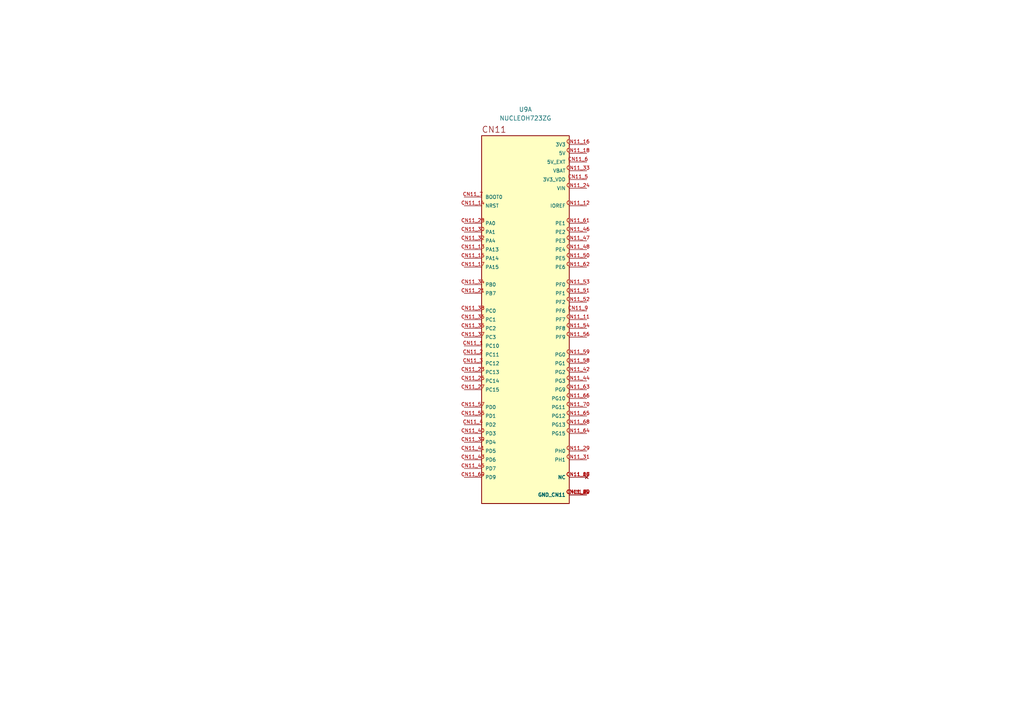
<source format=kicad_sch>
(kicad_sch (version 20250114) (generator "eeschema") (generator_version "9.0")
  (paper "A4")
  (lib_symbols
    (symbol "NUCLEOH723ZG:NUCLEOH723ZG" (pin_names (offset 1.016))
      (property "Reference" "U" (at -12.7 57.15 0))
      (property "Value" "NUCLEOH723ZG" (at -12.7 -54.61 0))
      (symbol "NUCLEOH723ZG_1_0"
        (rectangle (start -12.7 -53.34) (end 12.7 53.34) (stroke (width 0.254)) (fill (type background)))
        (text "CN11" (at -12.7 54.102 0) (effects (font (size 1.778 1.778)) (justify left bottom)))
        (pin input line (at -17.78 35.56 0) (length 5.08) (name "BOOT0") (number "CN11_7"))
        (pin input line (at -17.78 33.02 0) (length 5.08) (name "NRST") (number "CN11_14"))
        (pin bidirectional line (at -17.78 27.94 0) (length 5.08) (name "PA0") (number "CN11_28"))
        (pin bidirectional line (at -17.78 25.4 0) (length 5.08) (name "PA1") (number "CN11_30"))
        (pin bidirectional line (at -17.78 22.86 0) (length 5.08) (name "PA4") (number "CN11_32"))
        (pin bidirectional line (at -17.78 20.32 0) (length 5.08) (name "PA13") (number "CN11_13"))
        (pin bidirectional line (at -17.78 17.78 0) (length 5.08) (name "PA14") (number "CN11_15"))
        (pin bidirectional line (at -17.78 15.24 0) (length 5.08) (name "PA15") (number "CN11_17"))
        (pin bidirectional line (at -17.78 10.16 0) (length 5.08) (name "PB0") (number "CN11_34"))
        (pin bidirectional line (at -17.78 7.62 0) (length 5.08) (name "PB7") (number "CN11_21"))
        (pin bidirectional line (at -17.78 2.54 0) (length 5.08) (name "PC0") (number "CN11_38"))
        (pin bidirectional line (at -17.78 0 0) (length 5.08) (name "PC1") (number "CN11_36"))
        (pin bidirectional line (at -17.78 -2.54 0) (length 5.08) (name "PC2") (number "CN11_35"))
        (pin bidirectional line (at -17.78 -5.08 0) (length 5.08) (name "PC3") (number "CN11_37"))
        (pin bidirectional line (at -17.78 -7.62 0) (length 5.08) (name "PC10") (number "CN11_1"))
        (pin bidirectional line (at -17.78 -10.16 0) (length 5.08) (name "PC11") (number "CN11_2"))
        (pin bidirectional line (at -17.78 -12.7 0) (length 5.08) (name "PC12") (number "CN11_3"))
        (pin bidirectional line (at -17.78 -15.24 0) (length 5.08) (name "PC13") (number "CN11_23"))
        (pin bidirectional line (at -17.78 -17.78 0) (length 5.08) (name "PC14") (number "CN11_25"))
        (pin bidirectional line (at -17.78 -20.32 0) (length 5.08) (name "PC15") (number "CN11_27"))
        (pin bidirectional line (at -17.78 -25.4 0) (length 5.08) (name "PD0") (number "CN11_57"))
        (pin bidirectional line (at -17.78 -27.94 0) (length 5.08) (name "PD1") (number "CN11_55"))
        (pin bidirectional line (at -17.78 -30.48 0) (length 5.08) (name "PD2") (number "CN11_4"))
        (pin bidirectional line (at -17.78 -33.02 0) (length 5.08) (name "PD3") (number "CN11_40"))
        (pin bidirectional line (at -17.78 -35.56 0) (length 5.08) (name "PD4") (number "CN11_39"))
        (pin bidirectional line (at -17.78 -38.1 0) (length 5.08) (name "PD5") (number "CN11_41"))
        (pin bidirectional line (at -17.78 -40.64 0) (length 5.08) (name "PD6") (number "CN11_43"))
        (pin bidirectional line (at -17.78 -43.18 0) (length 5.08) (name "PD7") (number "CN11_45"))
        (pin bidirectional line (at -17.78 -45.72 0) (length 5.08) (name "PD9") (number "CN11_69"))
        (pin power_in line (at 17.78 50.8 180) (length 5.08) (name "3V3") (number "CN11_16"))
        (pin power_in line (at 17.78 48.26 180) (length 5.08) (name "5V") (number "CN11_18"))
        (pin power_in line (at 17.78 45.72 180) (length 5.08) (name "5V_EXT") (number "CN11_6"))
        (pin power_in line (at 17.78 43.18 180) (length 5.08) (name "VBAT") (number "CN11_33"))
        (pin power_in line (at 17.78 40.64 180) (length 5.08) (name "3V3_VDD") (number "CN11_5"))
        (pin power_in line (at 17.78 38.1 180) (length 5.08) (name "VIN") (number "CN11_24"))
        (pin bidirectional line (at 17.78 33.02 180) (length 5.08) (name "IOREF") (number "CN11_12"))
        (pin bidirectional line (at 17.78 27.94 180) (length 5.08) (name "PE1") (number "CN11_61"))
        (pin bidirectional line (at 17.78 25.4 180) (length 5.08) (name "PE2") (number "CN11_46"))
        (pin bidirectional line (at 17.78 22.86 180) (length 5.08) (name "PE3") (number "CN11_47"))
        (pin bidirectional line (at 17.78 20.32 180) (length 5.08) (name "PE4") (number "CN11_48"))
        (pin bidirectional line (at 17.78 17.78 180) (length 5.08) (name "PE5") (number "CN11_50"))
        (pin bidirectional line (at 17.78 15.24 180) (length 5.08) (name "PE6") (number "CN11_62"))
        (pin bidirectional line (at 17.78 10.16 180) (length 5.08) (name "PF0") (number "CN11_53"))
        (pin bidirectional line (at 17.78 7.62 180) (length 5.08) (name "PF1") (number "CN11_51"))
        (pin bidirectional line (at 17.78 5.08 180) (length 5.08) (name "PF2") (number "CN11_52"))
        (pin bidirectional line (at 17.78 2.54 180) (length 5.08) (name "PF6") (number "CN11_9"))
        (pin bidirectional line (at 17.78 0 180) (length 5.08) (name "PF7") (number "CN11_11"))
        (pin bidirectional line (at 17.78 -2.54 180) (length 5.08) (name "PF8") (number "CN11_54"))
        (pin bidirectional line (at 17.78 -5.08 180) (length 5.08) (name "PF9") (number "CN11_56"))
        (pin bidirectional line (at 17.78 -10.16 180) (length 5.08) (name "PG0") (number "CN11_59"))
        (pin bidirectional line (at 17.78 -12.7 180) (length 5.08) (name "PG1") (number "CN11_58"))
        (pin bidirectional line (at 17.78 -15.24 180) (length 5.08) (name "PG2") (number "CN11_42"))
        (pin bidirectional line (at 17.78 -17.78 180) (length 5.08) (name "PG3") (number "CN11_44"))
        (pin bidirectional line (at 17.78 -20.32 180) (length 5.08) (name "PG9") (number "CN11_63"))
        (pin bidirectional line (at 17.78 -22.86 180) (length 5.08) (name "PG10") (number "CN11_66"))
        (pin bidirectional line (at 17.78 -25.4 180) (length 5.08) (name "PG11") (number "CN11_70"))
        (pin bidirectional line (at 17.78 -27.94 180) (length 5.08) (name "PG12") (number "CN11_65"))
        (pin bidirectional line (at 17.78 -30.48 180) (length 5.08) (name "PG13") (number "CN11_68"))
        (pin bidirectional line (at 17.78 -33.02 180) (length 5.08) (name "PG15") (number "CN11_64"))
        (pin bidirectional line (at 17.78 -38.1 180) (length 5.08) (name "PH0") (number "CN11_29"))
        (pin bidirectional line (at 17.78 -40.64 180) (length 5.08) (name "PH1") (number "CN11_31"))
        (pin no_connect line (at 17.78 -45.72 180) (length 5.08) (name "NC") (number "CN11_10"))
        (pin no_connect line (at 17.78 -45.72 180) (length 5.08) (name "NC") (number "CN11_26"))
        (pin no_connect line (at 17.78 -45.72 180) (length 5.08) (name "NC") (number "CN11_67"))
        (pin power_in line (at 17.78 -50.8 180) (length 5.08) (name "GND_CN11") (number "CN11_19"))
        (pin power_in line (at 17.78 -50.8 180) (length 5.08) (name "GND_CN11") (number "CN11_20"))
        (pin power_in line (at 17.78 -50.8 180) (length 5.08) (name "GND_CN11") (number "CN11_22"))
        (pin power_in line (at 17.78 -50.8 180) (length 5.08) (name "GND_CN11") (number "CN11_49"))
        (pin power_in line (at 17.78 -50.8 180) (length 5.08) (name "GND_CN11") (number "CN11_60"))
        (pin power_in line (at 17.78 -50.8 180) (length 5.08) (name "GND_CN11") (number "CN11_8"))
      )
      (symbol "NUCLEOH723ZG_2_0"
        (rectangle (start -12.7 -53.34) (end 12.7 53.34) (stroke (width 0.254)) (fill (type background)))
        (text "CN12" (at -12.7 54.102 0) (effects (font (size 1.778 1.778)) (justify left bottom)))
        (pin bidirectional line (at -17.78 43.18 0) (length 5.08) (name "PA2") (number "CN12_35"))
        (pin bidirectional line (at -17.78 40.64 0) (length 5.08) (name "PA3") (number "CN12_37"))
        (pin bidirectional line (at -17.78 38.1 0) (length 5.08) (name "PA5") (number "CN12_11"))
        (pin bidirectional line (at -17.78 35.56 0) (length 5.08) (name "PA6") (number "CN12_13"))
        (pin bidirectional line (at -17.78 33.02 0) (length 5.08) (name "PA7") (number "CN12_15"))
        (pin bidirectional line (at -17.78 30.48 0) (length 5.08) (name "PA8") (number "CN12_23"))
        (pin bidirectional line (at -17.78 27.94 0) (length 5.08) (name "PA9") (number "CN12_21"))
        (pin bidirectional line (at -17.78 25.4 0) (length 5.08) (name "PA10") (number "CN12_33"))
        (pin bidirectional line (at -17.78 22.86 0) (length 5.08) (name "PA11") (number "CN12_14"))
        (pin bidirectional line (at -17.78 20.32 0) (length 5.08) (name "PA12") (number "CN12_12"))
        (pin bidirectional line (at -17.78 15.24 0) (length 5.08) (name "PB1") (number "CN12_24"))
        (pin bidirectional line (at -17.78 12.7 0) (length 5.08) (name "PB2") (number "CN12_22"))
        (pin bidirectional line (at -17.78 10.16 0) (length 5.08) (name "PB3") (number "CN12_31"))
        (pin bidirectional line (at -17.78 7.62 0) (length 5.08) (name "PB4") (number "CN12_27"))
        (pin bidirectional line (at -17.78 5.08 0) (length 5.08) (name "PB5") (number "CN12_29"))
        (pin bidirectional line (at -17.78 2.54 0) (length 5.08) (name "PB6") (number "CN12_17"))
        (pin bidirectional line (at -17.78 0 0) (length 5.08) (name "PB8") (number "CN12_3"))
        (pin bidirectional line (at -17.78 -2.54 0) (length 5.08) (name "PB9") (number "CN12_5"))
        (pin bidirectional line (at -17.78 -5.08 0) (length 5.08) (name "PB10") (number "CN12_25"))
        (pin bidirectional line (at -17.78 -7.62 0) (length 5.08) (name "PB11") (number "CN12_18"))
        (pin bidirectional line (at -17.78 -10.16 0) (length 5.08) (name "PB12") (number "CN12_16"))
        (pin bidirectional line (at -17.78 -12.7 0) (length 5.08) (name "PB13") (number "CN12_30"))
        (pin bidirectional line (at -17.78 -15.24 0) (length 5.08) (name "PB14") (number "CN12_28"))
        (pin bidirectional line (at -17.78 -17.78 0) (length 5.08) (name "PB15") (number "CN12_26"))
        (pin bidirectional line (at -17.78 -22.86 0) (length 5.08) (name "PC4") (number "CN12_34"))
        (pin bidirectional line (at -17.78 -25.4 0) (length 5.08) (name "PC5") (number "CN12_6"))
        (pin bidirectional line (at -17.78 -27.94 0) (length 5.08) (name "PC6") (number "CN12_4"))
        (pin bidirectional line (at -17.78 -30.48 0) (length 5.08) (name "PC7") (number "CN12_19"))
        (pin bidirectional line (at -17.78 -33.02 0) (length 5.08) (name "PC8") (number "CN12_2"))
        (pin bidirectional line (at -17.78 -35.56 0) (length 5.08) (name "PC9") (number "CN12_1"))
        (pin power_in line (at 17.78 50.8 180) (length 5.08) (name "VREFP") (number "CN12_7"))
        (pin power_in line (at 17.78 48.26 180) (length 5.08) (name "5V_USB_STLK") (number "CN12_8"))
        (pin bidirectional line (at 17.78 43.18 180) (length 5.08) (name "PD8") (number "CN12_10"))
        (pin bidirectional line (at 17.78 40.64 180) (length 5.08) (name "PD10") (number "CN12_65"))
        (pin bidirectional line (at 17.78 38.1 180) (length 5.08) (name "PD11") (number "CN12_45"))
        (pin bidirectional line (at 17.78 35.56 180) (length 5.08) (name "PD12") (number "CN12_43"))
        (pin bidirectional line (at 17.78 33.02 180) (length 5.08) (name "PD13") (number "CN12_41"))
        (pin bidirectional line (at 17.78 30.48 180) (length 5.08) (name "PD14") (number "CN12_46"))
        (pin bidirectional line (at 17.78 27.94 180) (length 5.08) (name "PD15") (number "CN12_48"))
        (pin bidirectional line (at 17.78 22.86 180) (length 5.08) (name "PE0") (number "CN12_64"))
        (pin bidirectional line (at 17.78 20.32 180) (length 5.08) (name "PE7") (number "CN12_44"))
        (pin bidirectional line (at 17.78 17.78 180) (length 5.08) (name "PE8") (number "CN12_40"))
        (pin bidirectional line (at 17.78 15.24 180) (length 5.08) (name "PE9") (number "CN12_52"))
        (pin bidirectional line (at 17.78 12.7 180) (length 5.08) (name "PE10") (number "CN12_47"))
        (pin bidirectional line (at 17.78 10.16 180) (length 5.08) (name "PE11") (number "CN12_56"))
        (pin bidirectional line (at 17.78 7.62 180) (length 5.08) (name "PE12") (number "CN12_49"))
        (pin bidirectional line (at 17.78 5.08 180) (length 5.08) (name "PE13") (number "CN12_55"))
        (pin bidirectional line (at 17.78 2.54 180) (length 5.08) (name "PE14") (number "CN12_51"))
        (pin bidirectional line (at 17.78 0 180) (length 5.08) (name "PE15") (number "CN12_53"))
        (pin bidirectional line (at 17.78 -5.08 180) (length 5.08) (name "PF3") (number "CN12_58"))
        (pin bidirectional line (at 17.78 -7.62 180) (length 5.08) (name "PF4") (number "CN12_38"))
        (pin bidirectional line (at 17.78 -10.16 180) (length 5.08) (name "PF5") (number "CN12_36"))
        (pin bidirectional line (at 17.78 -12.7 180) (length 5.08) (name "PF10") (number "CN12_42"))
        (pin bidirectional line (at 17.78 -15.24 180) (length 5.08) (name "PF11") (number "CN12_62"))
        (pin bidirectional line (at 17.78 -17.78 180) (length 5.08) (name "PF12") (number "CN12_59"))
        (pin bidirectional line (at 17.78 -20.32 180) (length 5.08) (name "PF13") (number "CN12_57"))
        (pin bidirectional line (at 17.78 -22.86 180) (length 5.08) (name "PF14") (number "CN12_50"))
        (pin bidirectional line (at 17.78 -25.4 180) (length 5.08) (name "PF15") (number "CN12_60"))
        (pin bidirectional line (at 17.78 -30.48 180) (length 5.08) (name "PG4") (number "CN12_69"))
        (pin bidirectional line (at 17.78 -33.02 180) (length 5.08) (name "PG5") (number "CN12_68"))
        (pin bidirectional line (at 17.78 -35.56 180) (length 5.08) (name "PG6") (number "CN12_70"))
        (pin bidirectional line (at 17.78 -38.1 180) (length 5.08) (name "PG7") (number "CN12_67"))
        (pin bidirectional line (at 17.78 -40.64 180) (length 5.08) (name "PG8") (number "CN12_66"))
        (pin bidirectional line (at 17.78 -43.18 180) (length 5.08) (name "PG14") (number "CN12_61"))
        (pin power_in line (at 17.78 -48.26 180) (length 5.08) (name "AGND_CN12") (number "CN12_32"))
        (pin power_in line (at 17.78 -50.8 180) (length 5.08) (name "GND_CN12") (number "CN12_20"))
        (pin power_in line (at 17.78 -50.8 180) (length 5.08) (name "GND_CN12") (number "CN12_39"))
        (pin power_in line (at 17.78 -50.8 180) (length 5.08) (name "GND_CN12") (number "CN12_54"))
        (pin power_in line (at 17.78 -50.8 180) (length 5.08) (name "GND_CN12") (number "CN12_63"))
        (pin power_in line (at 17.78 -50.8 180) (length 5.08) (name "GND_CN12") (number "CN12_9"))
      )
      (symbol "NUCLEOH723ZG_3_0"
        (rectangle (start -27.94 -20.32) (end 27.94 20.32) (stroke (width 0.254)) (fill (type background)))
        (text "CN8" (at -27.94 21.082 0) (effects (font (size 1.778 1.778)) (justify left bottom)))
        (pin input line (at -33.02 7.62 0) (length 5.08) (name "NRST_CN8") (number "CN8_5"))
        (pin bidirectional line (at -33.02 2.54 0) (length 5.08) (name "D43/SDMMC_D0") (number "CN8_2"))
        (pin bidirectional line (at -33.02 0 0) (length 5.08) (name "D44/SDMMC_D1/I2S_A_CKIN") (number "CN8_4"))
        (pin bidirectional line (at -33.02 -2.54 0) (length 5.08) (name "D45/SDMMC_D2") (number "CN8_6"))
        (pin bidirectional line (at -33.02 -5.08 0) (length 5.08) (name "D46/SDMMC_D3") (number "CN8_8"))
        (pin bidirectional line (at -33.02 -7.62 0) (length 5.08) (name "D47/SDMMC_CK") (number "CN8_10"))
        (pin bidirectional line (at -33.02 -10.16 0) (length 5.08) (name "D48/SDMMC_CMD") (number "CN8_12"))
        (pin no_connect line (at -33.02 -15.24 0) (length 5.08) (name "NC_CN8") (number "CN8_1"))
        (pin power_in line (at 33.02 17.78 180) (length 5.08) (name "VIN_CN8") (number "CN8_15"))
        (pin power_in line (at 33.02 15.24 180) (length 5.08) (name "5V_CN8") (number "CN8_9"))
        (pin power_in line (at 33.02 12.7 180) (length 5.08) (name "3V3_CN8") (number "CN8_7"))
        (pin bidirectional line (at 33.02 7.62 180) (length 5.08) (name "IOREF_CN8") (number "CN8_3"))
        (pin bidirectional line (at 33.02 0 180) (length 5.08) (name "D50/IO") (number "CN8_16"))
        (pin bidirectional line (at 33.02 -2.54 180) (length 5.08) (name "D49/IO") (number "CN8_14"))
        (pin power_in line (at 33.02 -17.78 180) (length 5.08) (name "GND_CN8") (number "CN8_11"))
        (pin power_in line (at 33.02 -17.78 180) (length 5.08) (name "GND_CN8") (number "CN8_13"))
      )
      (symbol "NUCLEOH723ZG_4_0"
        (rectangle (start -27.94 -25.4) (end 27.94 25.4) (stroke (width 0.254)) (fill (type background)))
        (text "CN9" (at -27.94 26.162 0) (effects (font (size 1.778 1.778)) (justify left bottom)))
        (pin input line (at -33.02 22.86 0) (length 5.08) (name "A0/ADC12_INP15") (number "CN9_1"))
        (pin input line (at -33.02 20.32 0) (length 5.08) (name "A1/ADC123_INP10") (number "CN9_3"))
        (pin input line (at -33.02 17.78 0) (length 5.08) (name "A2/ADC12_INP13") (number "CN9_5"))
        (pin input line (at -33.02 15.24 0) (length 5.08) (name "A3/ADC12_INP5") (number "CN9_7"))
        (pin input line (at -33.02 12.7 0) (length 5.08) (name "A4/ADC123_INP12/I2C1_SDA") (number "CN9_9"))
        (pin input line (at -33.02 10.16 0) (length 5.08) (name "A5/ADC3_INP6/I2C1_SCL") (number "CN9_11"))
        (pin bidirectional line (at -33.02 5.08 0) (length 5.08) (name "D51/USART_B_SCLK") (number "CN9_2"))
        (pin bidirectional line (at -33.02 2.54 0) (length 5.08) (name "D52/USART_B_RX") (number "CN9_4"))
        (pin bidirectional line (at -33.02 0 0) (length 5.08) (name "D53/USART_B_TX") (number "CN9_6"))
        (pin bidirectional line (at -33.02 -2.54 0) (length 5.08) (name "D54/USART_B_RTS") (number "CN9_8"))
        (pin bidirectional line (at -33.02 -5.08 0) (length 5.08) (name "D55/USART_B_CTS") (number "CN9_10"))
        (pin bidirectional line (at -33.02 -10.16 0) (length 5.08) (name "D56/SAI_A_MCLK") (number "CN9_14"))
        (pin bidirectional line (at -33.02 -12.7 0) (length 5.08) (name "D57/SAI_A_FS") (number "CN9_16"))
        (pin bidirectional line (at -33.02 -15.24 0) (length 5.08) (name "D58/SAI_A_SCK") (number "CN9_18"))
        (pin bidirectional line (at -33.02 -17.78 0) (length 5.08) (name "D59/SAI_A_SD") (number "CN9_20"))
        (pin bidirectional line (at 33.02 22.86 180) (length 5.08) (name "D68/I2C_B_SDA") (number "CN9_21"))
        (pin bidirectional line (at 33.02 20.32 180) (length 5.08) (name "D69/I2C_B_SCL") (number "CN9_19"))
        (pin bidirectional line (at 33.02 17.78 180) (length 5.08) (name "D70/I2C_B_SMBA") (number "CN9_17"))
        (pin output line (at 33.02 12.7 180) (length 5.08) (name "D66/CAN_TX") (number "CN9_27"))
        (pin input line (at 33.02 10.16 180) (length 5.08) (name "D67/CAN_RX") (number "CN9_25"))
        (pin bidirectional line (at 33.02 5.08 180) (length 5.08) (name "D64/IO") (number "CN9_30"))
        (pin bidirectional line (at 33.02 2.54 180) (length 5.08) (name "D65/IO") (number "CN9_29"))
        (pin bidirectional line (at 33.02 -2.54 180) (length 5.08) (name "D71/COMP2_INP") (number "CN9_15"))
        (pin bidirectional line (at 33.02 -5.08 180) (length 5.08) (name "D72/COMP1_INP") (number "CN9_13"))
        (pin bidirectional line (at 33.02 -10.16 180) (length 5.08) (name "D62/SAI_B_MCLK") (number "CN9_26"))
        (pin bidirectional line (at 33.02 -12.7 180) (length 5.08) (name "D63/SAI_B_FS") (number "CN9_28"))
        (pin bidirectional line (at 33.02 -15.24 180) (length 5.08) (name "D61/SAI_B_SCK") (number "CN9_24"))
        (pin bidirectional line (at 33.02 -17.78 180) (length 5.08) (name "D60/SAI_B_SD") (number "CN9_22"))
        (pin power_in line (at 33.02 -22.86 180) (length 5.08) (name "GND_CN9") (number "CN9_12"))
        (pin power_in line (at 33.02 -22.86 180) (length 5.08) (name "GND_CN9") (number "CN9_23"))
      )
      (symbol "NUCLEOH723ZG_5_0"
        (rectangle (start -33.02 -20.32) (end 33.02 20.32) (stroke (width 0.254)) (fill (type background)))
        (text "CN7" (at -33.02 21.082 0) (effects (font (size 1.778 1.778)) (justify left bottom)))
        (pin bidirectional line (at -38.1 12.7 0) (length 5.08) (name "D8/IO") (number "CN7_20"))
        (pin bidirectional line (at -38.1 10.16 0) (length 5.08) (name "D9/TIMER_B_PWM2") (number "CN7_18"))
        (pin bidirectional line (at -38.1 2.54 0) (length 5.08) (name "D10/SPI_A_CS/TIM_B_PWM3") (number "CN7_16"))
        (pin bidirectional line (at -38.1 0 0) (length 5.08) (name "D11/SPI_A_MOSI/TIM_E_PWM1") (number "CN7_14"))
        (pin bidirectional line (at -38.1 -2.54 0) (length 5.08) (name "D12/SPI_A_MISO") (number "CN7_12"))
        (pin bidirectional line (at -38.1 -5.08 0) (length 5.08) (name "D13/SPI_A_SCK") (number "CN7_10"))
        (pin bidirectional line (at -38.1 -7.62 0) (length 5.08) (name "D14/I2C_A_SDA") (number "CN7_4"))
        (pin bidirectional line (at -38.1 -10.16 0) (length 5.08) (name "D15/I2C_A_SCL") (number "CN7_2"))
        (pin bidirectional line (at -38.1 -12.7 0) (length 5.08) (name "D16/I2S_A_MCK") (number "CN7_1"))
        (pin power_in line (at 38.1 17.78 180) (length 5.08) (name "VREFP_CN7") (number "CN7_6"))
        (pin bidirectional line (at 38.1 12.7 180) (length 5.08) (name "D25/SPI_B_MISO") (number "CN7_19"))
        (pin bidirectional line (at 38.1 10.16 180) (length 5.08) (name "D24/SPI_B_NSS") (number "CN7_17"))
        (pin bidirectional line (at 38.1 7.62 180) (length 5.08) (name "D23/I2S_B_CK/SPI_B_SCK") (number "CN7_15"))
        (pin bidirectional line (at 38.1 5.08 180) (length 5.08) (name "D22/I2S_B_SD/SPI_B_MOSI") (number "CN7_13"))
        (pin bidirectional line (at 38.1 0 180) (length 5.08) (name "D21/I2S_B_MCK") (number "CN7_11"))
        (pin bidirectional line (at 38.1 -2.54 180) (length 5.08) (name "D20/I2S_B_WS") (number "CN7_9"))
        (pin bidirectional line (at 38.1 -7.62 180) (length 5.08) (name "D19/I2S_A_WS") (number "CN7_7"))
        (pin bidirectional line (at 38.1 -10.16 180) (length 5.08) (name "D18/I2S_A_CK") (number "CN7_5"))
        (pin bidirectional line (at 38.1 -12.7 180) (length 5.08) (name "D17/I2S_A_SD") (number "CN7_3"))
        (pin power_in line (at 38.1 -17.78 180) (length 5.08) (name "GND_CN7") (number "CN7_8"))
      )
      (symbol "NUCLEOH723ZG_6_0"
        (rectangle (start -27.94 -30.48) (end 27.94 30.48) (stroke (width 0.254)) (fill (type background)))
        (text "CN10" (at -27.94 31.242 0) (effects (font (size 1.778 1.778)) (justify left bottom)))
        (pin input line (at -33.02 22.86 0) (length 5.08) (name "A6/ADC_A_IN") (number "CN10_7"))
        (pin input line (at -33.02 20.32 0) (length 5.08) (name "A7/ADC_B_IN") (number "CN10_9"))
        (pin input line (at -33.02 17.78 0) (length 5.08) (name "A8/ADC_C_IN") (number "CN10_11"))
        (pin input line (at -33.02 12.7 0) (length 5.08) (name "D0/USART_A_RX") (number "CN10_16"))
        (pin output line (at -33.02 10.16 0) (length 5.08) (name "D1/USART_A_TX") (number "CN10_14"))
        (pin bidirectional line (at -33.02 5.08 0) (length 5.08) (name "D6/TIMER_A_PWM1") (number "CN10_4"))
        (pin bidirectional line (at -33.02 2.54 0) (length 5.08) (name "D5/TIMER_A_PWM2") (number "CN10_6"))
        (pin bidirectional line (at -33.02 0 0) (length 5.08) (name "D3/TIMER_A_PWM3") (number "CN10_10"))
        (pin bidirectional line (at -33.02 -5.08 0) (length 5.08) (name "D37/TIMER_A_BKIN1") (number "CN10_30"))
        (pin bidirectional line (at -33.02 -7.62 0) (length 5.08) (name "D38/TIMER_A_BKIN2") (number "CN10_28"))
        (pin bidirectional line (at -33.02 -10.16 0) (length 5.08) (name "D39/TIMER_A_PWM3N") (number "CN10_26"))
        (pin bidirectional line (at -33.02 -12.7 0) (length 5.08) (name "D40/TIMER_A_PWM2N") (number "CN10_24"))
        (pin bidirectional line (at -33.02 -15.24 0) (length 5.08) (name "D41/TIMER_A_ETR") (number "CN10_20"))
        (pin bidirectional line (at -33.02 -17.78 0) (length 5.08) (name "D42/TIMER_A_PWM1N") (number "CN10_18"))
        (pin power_in line (at 33.02 27.94 180) (length 5.08) (name "AVDD") (number "CN10_1"))
        (pin bidirectional line (at 33.02 22.86 180) (length 5.08) (name "D34/TIMER_B_ETR") (number "CN10_33"))
        (pin bidirectional line (at 33.02 17.78 180) (length 5.08) (name "D32/TIMER_C_PWM1") (number "CN10_29"))
        (pin bidirectional line (at 33.02 15.24 180) (length 5.08) (name "D36/TIMER_C_PWM2") (number "CN10_32"))
        (pin bidirectional line (at 33.02 12.7 180) (length 5.08) (name "D35/TIMER_C_PWM3") (number "CN10_34"))
        (pin bidirectional line (at 33.02 7.62 180) (length 5.08) (name "D33/TIMER_D_PWM1") (number "CN10_31"))
        (pin bidirectional line (at 33.02 2.54 180) (length 5.08) (name "D2/IO") (number "CN10_12"))
        (pin bidirectional line (at 33.02 0 180) (length 5.08) (name "D4/IO") (number "CN10_8"))
        (pin bidirectional line (at 33.02 -2.54 180) (length 5.08) (name "D7/IO") (number "CN10_2"))
        (pin bidirectional line (at 33.02 -7.62 180) (length 5.08) (name "D26/QSPI_CS") (number "CN10_13"))
        (pin bidirectional line (at 33.02 -10.16 180) (length 5.08) (name "D27/QSPI_CLK") (number "CN10_15"))
        (pin bidirectional line (at 33.02 -12.7 180) (length 5.08) (name "D30/QSPI_BK1_IO0") (number "CN10_23"))
        (pin bidirectional line (at 33.02 -15.24 180) (length 5.08) (name "D29/QSPI_BK1_IO1") (number "CN10_21"))
        (pin bidirectional line (at 33.02 -17.78 180) (length 5.08) (name "D31/QSPI_BK1_IO2") (number "CN10_25"))
        (pin bidirectional line (at 33.02 -20.32 180) (length 5.08) (name "D28/QSPI_BK1_IO3") (number "CN10_19"))
        (pin power_in line (at 33.02 -25.4 180) (length 5.08) (name "AGND_CN10") (number "CN10_3"))
        (pin power_in line (at 33.02 -27.94 180) (length 5.08) (name "GND_CN10") (number "CN10_17"))
        (pin power_in line (at 33.02 -27.94 180) (length 5.08) (name "GND_CN10") (number "CN10_22"))
        (pin power_in line (at 33.02 -27.94 180) (length 5.08) (name "GND_CN10") (number "CN10_27"))
        (pin power_in line (at 33.02 -27.94 180) (length 5.08) (name "GND_CN10") (number "CN10_5"))
      )
      (symbol "NUCLEOH723ZG_7_0"
        (rectangle (start -7.62 -2.54) (end 7.62 2.54) (stroke (width 0.254)) (fill (type background)))
        (text "CN3" (at -7.62 3.302 0) (effects (font (size 1.778 1.778)) (justify left bottom)))
        (pin power_in line (at 12.7 0 180) (length 5.08) (name "GND_CN3") (number "CN3_1"))
        (pin power_in line (at 12.7 0 180) (length 5.08) (name "GND_CN3") (number "CN3_2"))
      )
      (symbol "NUCLEOH723ZG_8_0"
        (rectangle (start -7.62 -2.54) (end 7.62 2.54) (stroke (width 0.254)) (fill (type background)))
        (text "CN4" (at -7.62 3.302 0) (effects (font (size 1.778 1.778)) (justify left bottom)))
        (pin power_in line (at 12.7 0 180) (length 5.08) (name "GND_CN4") (number "CN4_1"))
        (pin power_in line (at 12.7 0 180) (length 5.08) (name "GND_CN4") (number "CN4_2"))
      )
      (symbol "NUCLEOH723ZG_9_0"
        (rectangle (start -7.62 -2.54) (end 7.62 2.54) (stroke (width 0.254)) (fill (type background)))
        (text "CN15" (at -7.62 3.302 0) (effects (font (size 1.778 1.778)) (justify left bottom)))
        (pin power_in line (at 12.7 0 180) (length 5.08) (name "GND_CN15") (number "CN15_1"))
        (pin power_in line (at 12.7 0 180) (length 5.08) (name "GND_CN15") (number "CN15_2"))
      )
      (symbol "NUCLEOH723ZG_10_0"
        (rectangle (start -7.62 -2.54) (end 7.62 2.54) (stroke (width 0.254)) (fill (type background)))
        (text "CN16" (at -7.62 3.302 0) (effects (font (size 1.778 1.778)) (justify left bottom)))
        (pin power_in line (at 12.7 0 180) (length 5.08) (name "GND_CN16") (number "CN16_1"))
        (pin power_in line (at 12.7 0 180) (length 5.08) (name "GND_CN16") (number "CN16_2"))
      )
    )
  )
  (symbol (lib_id "NUCLEOH723ZG:NUCLEOH723ZG") (at 152.4 92.71 0) (unit 1)
    (property "Reference" "U9" (at 152.4 31.75 0))
    (property "Value" "NUCLEOH723ZG" (at 152.4 34.29 0))
    (property "Footprint" "NUCLEOH723ZG:MODULE_NUCLEOH723ZG" (effects (hide yes)))
    (property "MF" "STMicroelectronics" (effects (hide yes)))
    (property "MAXIMUM_PACKAGE_HEIGHT" "18.57 mm" (effects (hide yes)))
    (property "Package" "None" (effects (hide yes)))
    (property "Price" "None" (effects (hide yes)))
    (property "Check_prices" "https://www.snapeda.com/parts/NUCLEOH723ZG/STMicroelectronics/view-part/?ref=eda" (effects (hide yes)))
    (property "STANDARD" "Manufacturer Recommendations" (effects (hide yes)))
    (property "PARTREV" "2" (effects (hide yes)))
    (property "SnapEDA_Link" "https://www.snapeda.com/parts/NUCLEOH723ZG/STMicroelectronics/view-part/?ref=snap" (effects (hide yes)))
    (property "MP" "NUCLEOH723ZG" (effects (hide yes)))
    (property "Description_1" "STM32H723 Nucleo-144 STM32H7 ARM® Cortex®-M7 MCU 32-Bit Embedded Evaluation Board" (effects (hide yes)))
    (property "SNAPEDA_PN" "NUCLEOH723ZG" (effects (hide yes)))
    (property "Availability" "In Stock" (effects (hide yes)))
    (property "MANUFACTURER" "STMicroelectronics" (effects (hide yes)))
  )
)
</source>
